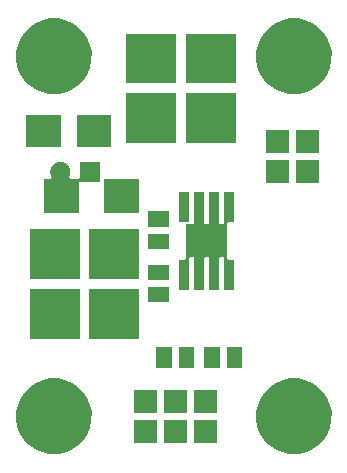
<source format=gbr>
G04 #@! TF.FileFunction,Soldermask,Bot*
%FSLAX46Y46*%
G04 Gerber Fmt 4.6, Leading zero omitted, Abs format (unit mm)*
G04 Created by KiCad (PCBNEW (2016-09-17 revision 679eef1)-makepkg) date 01/31/17 07:00:59*
%MOMM*%
%LPD*%
G01*
G04 APERTURE LIST*
%ADD10C,1.300000*%
G04 APERTURE END LIST*
D10*
G36*
X5416110Y8277872D02*
X6030848Y8151685D01*
X6609363Y7908500D01*
X7129631Y7557574D01*
X7571824Y7112283D01*
X7919105Y6589582D01*
X8158249Y6009378D01*
X8280004Y5394466D01*
X8280004Y5394449D01*
X8280137Y5393776D01*
X8270128Y4676993D01*
X8269977Y4676330D01*
X8269977Y4676306D01*
X8131099Y4065032D01*
X7875851Y3491739D01*
X7514107Y2978933D01*
X7059653Y2546162D01*
X6529787Y2209900D01*
X5944712Y1982964D01*
X5326688Y1873989D01*
X4699273Y1887132D01*
X4086359Y2021890D01*
X3511293Y2273129D01*
X2995980Y2631282D01*
X2560044Y3082706D01*
X2220093Y3610208D01*
X1989075Y4193693D01*
X1875790Y4810936D01*
X1884551Y5438424D01*
X2015027Y6052266D01*
X2262248Y6629075D01*
X2616795Y7146877D01*
X3065163Y7585952D01*
X3590276Y7929576D01*
X4172132Y8164661D01*
X4788571Y8282254D01*
X5416110Y8277872D01*
X5416110Y8277872D01*
G37*
G36*
X25736110Y8277872D02*
X26350848Y8151685D01*
X26929363Y7908500D01*
X27449631Y7557574D01*
X27891824Y7112283D01*
X28239105Y6589582D01*
X28478249Y6009378D01*
X28600004Y5394466D01*
X28600004Y5394449D01*
X28600137Y5393776D01*
X28590128Y4676993D01*
X28589977Y4676330D01*
X28589977Y4676306D01*
X28451099Y4065032D01*
X28195851Y3491739D01*
X27834107Y2978933D01*
X27379653Y2546162D01*
X26849787Y2209900D01*
X26264712Y1982964D01*
X25646688Y1873989D01*
X25019273Y1887132D01*
X24406359Y2021890D01*
X23831293Y2273129D01*
X23315980Y2631282D01*
X22880044Y3082706D01*
X22540093Y3610208D01*
X22309075Y4193693D01*
X22195790Y4810936D01*
X22204551Y5438424D01*
X22335027Y6052266D01*
X22582248Y6629075D01*
X22936795Y7146877D01*
X23385163Y7585952D01*
X23910276Y7929576D01*
X24492132Y8164661D01*
X25108571Y8282254D01*
X25736110Y8277872D01*
X25736110Y8277872D01*
G37*
G36*
X16329000Y2848000D02*
X14405000Y2848000D01*
X14405000Y4772000D01*
X16329000Y4772000D01*
X16329000Y2848000D01*
X16329000Y2848000D01*
G37*
G36*
X18869000Y2848000D02*
X16945000Y2848000D01*
X16945000Y4772000D01*
X18869000Y4772000D01*
X18869000Y2848000D01*
X18869000Y2848000D01*
G37*
G36*
X13789000Y2848000D02*
X11865000Y2848000D01*
X11865000Y4772000D01*
X13789000Y4772000D01*
X13789000Y2848000D01*
X13789000Y2848000D01*
G37*
G36*
X13789000Y5388000D02*
X11865000Y5388000D01*
X11865000Y7312000D01*
X13789000Y7312000D01*
X13789000Y5388000D01*
X13789000Y5388000D01*
G37*
G36*
X16329000Y5388000D02*
X14405000Y5388000D01*
X14405000Y7312000D01*
X16329000Y7312000D01*
X16329000Y5388000D01*
X16329000Y5388000D01*
G37*
G36*
X18869000Y5388000D02*
X16945000Y5388000D01*
X16945000Y7312000D01*
X18869000Y7312000D01*
X18869000Y5388000D01*
X18869000Y5388000D01*
G37*
G36*
X16964000Y9134500D02*
X15675000Y9134500D01*
X15675000Y10931500D01*
X16964000Y10931500D01*
X16964000Y9134500D01*
X16964000Y9134500D01*
G37*
G36*
X19123000Y9134500D02*
X17834000Y9134500D01*
X17834000Y10931500D01*
X19123000Y10931500D01*
X19123000Y9134500D01*
X19123000Y9134500D01*
G37*
G36*
X15059000Y9134500D02*
X13770000Y9134500D01*
X13770000Y10931500D01*
X15059000Y10931500D01*
X15059000Y9134500D01*
X15059000Y9134500D01*
G37*
G36*
X21028000Y9134500D02*
X19739000Y9134500D01*
X19739000Y10931500D01*
X21028000Y10931500D01*
X21028000Y9134500D01*
X21028000Y9134500D01*
G37*
G36*
X12265000Y11611000D02*
X8055000Y11611000D01*
X8055000Y15821000D01*
X12265000Y15821000D01*
X12265000Y11611000D01*
X12265000Y11611000D01*
G37*
G36*
X7265000Y11611000D02*
X3055000Y11611000D01*
X3055000Y15821000D01*
X7265000Y15821000D01*
X7265000Y11611000D01*
X7265000Y11611000D01*
G37*
G36*
X14868500Y14722500D02*
X13071500Y14722500D01*
X13071500Y16011500D01*
X14868500Y16011500D01*
X14868500Y14722500D01*
X14868500Y14722500D01*
G37*
G36*
X17824000Y21439000D02*
X17825921Y21419491D01*
X17831612Y21400732D01*
X17840853Y21383443D01*
X17853289Y21368289D01*
X17868443Y21355853D01*
X17885732Y21346612D01*
X17904491Y21340921D01*
X17924000Y21339000D01*
X18144000Y21339000D01*
X18163509Y21340921D01*
X18182268Y21346612D01*
X18199557Y21355853D01*
X18214711Y21368289D01*
X18227147Y21383443D01*
X18236388Y21400732D01*
X18242079Y21419491D01*
X18244000Y21439000D01*
X18244000Y24089000D01*
X19094000Y24089000D01*
X19094000Y21439000D01*
X19095921Y21419491D01*
X19101612Y21400732D01*
X19110853Y21383443D01*
X19123289Y21368289D01*
X19138443Y21355853D01*
X19155732Y21346612D01*
X19174491Y21340921D01*
X19194000Y21339000D01*
X19414000Y21339000D01*
X19433509Y21340921D01*
X19452268Y21346612D01*
X19469557Y21355853D01*
X19484711Y21368289D01*
X19497147Y21383443D01*
X19506388Y21400732D01*
X19512079Y21419491D01*
X19514000Y21439000D01*
X19514000Y24089000D01*
X20364000Y24089000D01*
X20364000Y21539000D01*
X19884000Y21539000D01*
X19864491Y21537079D01*
X19845732Y21531388D01*
X19828443Y21522147D01*
X19813289Y21509711D01*
X19800853Y21494557D01*
X19791612Y21477268D01*
X19785921Y21458509D01*
X19784000Y21439000D01*
X19784000Y18439000D01*
X19785921Y18419491D01*
X19791612Y18400732D01*
X19800853Y18383443D01*
X19813289Y18368289D01*
X19828443Y18355853D01*
X19845732Y18346612D01*
X19864491Y18340921D01*
X19884000Y18339000D01*
X20364000Y18339000D01*
X20364000Y15789000D01*
X19514000Y15789000D01*
X19514000Y18439000D01*
X19512079Y18458509D01*
X19506388Y18477268D01*
X19497147Y18494557D01*
X19484711Y18509711D01*
X19469557Y18522147D01*
X19452268Y18531388D01*
X19433509Y18537079D01*
X19414000Y18539000D01*
X19194000Y18539000D01*
X19174491Y18537079D01*
X19155732Y18531388D01*
X19138443Y18522147D01*
X19123289Y18509711D01*
X19110853Y18494557D01*
X19101612Y18477268D01*
X19095921Y18458509D01*
X19094000Y18439000D01*
X19094000Y15789000D01*
X18244000Y15789000D01*
X18244000Y18439000D01*
X18242079Y18458509D01*
X18236388Y18477268D01*
X18227147Y18494557D01*
X18214711Y18509711D01*
X18199557Y18522147D01*
X18182268Y18531388D01*
X18163509Y18537079D01*
X18144000Y18539000D01*
X17924000Y18539000D01*
X17904491Y18537079D01*
X17885732Y18531388D01*
X17868443Y18522147D01*
X17853289Y18509711D01*
X17840853Y18494557D01*
X17831612Y18477268D01*
X17825921Y18458509D01*
X17824000Y18439000D01*
X17824000Y15789000D01*
X16974000Y15789000D01*
X16974000Y18439000D01*
X16972079Y18458509D01*
X16966388Y18477268D01*
X16957147Y18494557D01*
X16944711Y18509711D01*
X16929557Y18522147D01*
X16912268Y18531388D01*
X16893509Y18537079D01*
X16874000Y18539000D01*
X16654000Y18539000D01*
X16634491Y18537079D01*
X16615732Y18531388D01*
X16598443Y18522147D01*
X16583289Y18509711D01*
X16570853Y18494557D01*
X16561612Y18477268D01*
X16555921Y18458509D01*
X16554000Y18439000D01*
X16554000Y15789000D01*
X15704000Y15789000D01*
X15704000Y18339000D01*
X16184000Y18339000D01*
X16203509Y18340921D01*
X16222268Y18346612D01*
X16239557Y18355853D01*
X16254711Y18368289D01*
X16267147Y18383443D01*
X16276388Y18400732D01*
X16282079Y18419491D01*
X16284000Y18439000D01*
X16284000Y21339000D01*
X16874000Y21339000D01*
X16893509Y21340921D01*
X16912268Y21346612D01*
X16929557Y21355853D01*
X16944711Y21368289D01*
X16957147Y21383443D01*
X16966388Y21400732D01*
X16972079Y21419491D01*
X16974000Y21439000D01*
X16974000Y24089000D01*
X17824000Y24089000D01*
X17824000Y21439000D01*
X17824000Y21439000D01*
G37*
G36*
X14868500Y16627500D02*
X13071500Y16627500D01*
X13071500Y17916500D01*
X14868500Y17916500D01*
X14868500Y16627500D01*
X14868500Y16627500D01*
G37*
G36*
X12265000Y16691000D02*
X8055000Y16691000D01*
X8055000Y20901000D01*
X12265000Y20901000D01*
X12265000Y16691000D01*
X12265000Y16691000D01*
G37*
G36*
X7265000Y16691000D02*
X3055000Y16691000D01*
X3055000Y20901000D01*
X7265000Y20901000D01*
X7265000Y16691000D01*
X7265000Y16691000D01*
G37*
G36*
X14868500Y19231000D02*
X13071500Y19231000D01*
X13071500Y20520000D01*
X14868500Y20520000D01*
X14868500Y19231000D01*
X14868500Y19231000D01*
G37*
G36*
X14868500Y21136000D02*
X13071500Y21136000D01*
X13071500Y22425000D01*
X14868500Y22425000D01*
X14868500Y21136000D01*
X14868500Y21136000D01*
G37*
G36*
X16554000Y21539000D02*
X15704000Y21539000D01*
X15704000Y24089000D01*
X16554000Y24089000D01*
X16554000Y21539000D01*
X16554000Y21539000D01*
G37*
G36*
X12254840Y22299320D02*
X9304680Y22299320D01*
X9304680Y25198680D01*
X12254840Y25198680D01*
X12254840Y22299320D01*
X12254840Y22299320D01*
G37*
G36*
X5717285Y26630438D02*
X5880568Y26596921D01*
X6034238Y26532324D01*
X6172437Y26439108D01*
X6289894Y26320828D01*
X6382139Y26181986D01*
X6445662Y26027868D01*
X6477904Y25865035D01*
X6477904Y25865020D01*
X6478037Y25864347D01*
X6475378Y25673951D01*
X6475227Y25673288D01*
X6475227Y25673264D01*
X6438451Y25511396D01*
X6370652Y25359119D01*
X6368680Y25356323D01*
X6359005Y25339273D01*
X6352841Y25320664D01*
X6350427Y25301210D01*
X6351854Y25281659D01*
X6357068Y25262761D01*
X6365869Y25245244D01*
X6377918Y25229781D01*
X6392752Y25216965D01*
X6409802Y25207290D01*
X6428411Y25201126D01*
X6450395Y25198680D01*
X7178000Y25198680D01*
X7197509Y25200601D01*
X7216268Y25206292D01*
X7233557Y25215533D01*
X7248711Y25227969D01*
X7261147Y25243123D01*
X7270388Y25260412D01*
X7276079Y25279171D01*
X7278000Y25298680D01*
X7278000Y26631000D01*
X8978000Y26631000D01*
X8978000Y24931000D01*
X7305320Y24931000D01*
X7285811Y24929079D01*
X7267052Y24923388D01*
X7249763Y24914147D01*
X7234609Y24901711D01*
X7222173Y24886557D01*
X7212932Y24869268D01*
X7207241Y24850509D01*
X7205320Y24831000D01*
X7205320Y22299320D01*
X4255160Y22299320D01*
X4255160Y25198680D01*
X4808595Y25198680D01*
X4828104Y25200601D01*
X4846863Y25206292D01*
X4864152Y25215533D01*
X4879306Y25227969D01*
X4891742Y25243123D01*
X4900983Y25260412D01*
X4906674Y25279171D01*
X4908595Y25298680D01*
X4906674Y25318189D01*
X4900983Y25336948D01*
X4892652Y25352850D01*
X4868333Y25390586D01*
X4806969Y25545572D01*
X4776878Y25709529D01*
X4779205Y25876205D01*
X4813863Y26039258D01*
X4879532Y26192477D01*
X4973709Y26330017D01*
X5092804Y26446644D01*
X5232293Y26537923D01*
X5386845Y26600366D01*
X5550588Y26631602D01*
X5717285Y26630438D01*
X5717285Y26630438D01*
G37*
G36*
X27505000Y24819000D02*
X25581000Y24819000D01*
X25581000Y26743000D01*
X27505000Y26743000D01*
X27505000Y24819000D01*
X27505000Y24819000D01*
G37*
G36*
X24965000Y24819000D02*
X23041000Y24819000D01*
X23041000Y26743000D01*
X24965000Y26743000D01*
X24965000Y24819000D01*
X24965000Y24819000D01*
G37*
G36*
X27505000Y27359000D02*
X25581000Y27359000D01*
X25581000Y29283000D01*
X27505000Y29283000D01*
X27505000Y27359000D01*
X27505000Y27359000D01*
G37*
G36*
X24965000Y27359000D02*
X23041000Y27359000D01*
X23041000Y29283000D01*
X24965000Y29283000D01*
X24965000Y27359000D01*
X24965000Y27359000D01*
G37*
G36*
X5650840Y27859380D02*
X2751480Y27859380D01*
X2751480Y30560620D01*
X5650840Y30560620D01*
X5650840Y27859380D01*
X5650840Y27859380D01*
G37*
G36*
X9948520Y27859380D02*
X7049160Y27859380D01*
X7049160Y30560620D01*
X9948520Y30560620D01*
X9948520Y27859380D01*
X9948520Y27859380D01*
G37*
G36*
X20520000Y28248000D02*
X16310000Y28248000D01*
X16310000Y32458000D01*
X20520000Y32458000D01*
X20520000Y28248000D01*
X20520000Y28248000D01*
G37*
G36*
X15440000Y28248000D02*
X11230000Y28248000D01*
X11230000Y32458000D01*
X15440000Y32458000D01*
X15440000Y28248000D01*
X15440000Y28248000D01*
G37*
G36*
X25736110Y38757872D02*
X26350848Y38631685D01*
X26929363Y38388500D01*
X27449631Y38037574D01*
X27891824Y37592283D01*
X28239105Y37069582D01*
X28478249Y36489378D01*
X28600004Y35874466D01*
X28600004Y35874449D01*
X28600137Y35873776D01*
X28590128Y35156993D01*
X28589977Y35156330D01*
X28589977Y35156306D01*
X28451099Y34545032D01*
X28195851Y33971739D01*
X27834107Y33458933D01*
X27379653Y33026162D01*
X26849787Y32689900D01*
X26264712Y32462964D01*
X25646688Y32353989D01*
X25019273Y32367132D01*
X24406359Y32501890D01*
X23831293Y32753129D01*
X23315980Y33111282D01*
X22880044Y33562706D01*
X22540093Y34090208D01*
X22309075Y34673693D01*
X22195790Y35290936D01*
X22204551Y35918424D01*
X22335027Y36532266D01*
X22582248Y37109075D01*
X22936795Y37626877D01*
X23385163Y38065952D01*
X23910276Y38409576D01*
X24492132Y38644661D01*
X25108571Y38762254D01*
X25736110Y38757872D01*
X25736110Y38757872D01*
G37*
G36*
X5416110Y38757872D02*
X6030848Y38631685D01*
X6609363Y38388500D01*
X7129631Y38037574D01*
X7571824Y37592283D01*
X7919105Y37069582D01*
X8158249Y36489378D01*
X8280004Y35874466D01*
X8280004Y35874449D01*
X8280137Y35873776D01*
X8270128Y35156993D01*
X8269977Y35156330D01*
X8269977Y35156306D01*
X8131099Y34545032D01*
X7875851Y33971739D01*
X7514107Y33458933D01*
X7059653Y33026162D01*
X6529787Y32689900D01*
X5944712Y32462964D01*
X5326688Y32353989D01*
X4699273Y32367132D01*
X4086359Y32501890D01*
X3511293Y32753129D01*
X2995980Y33111282D01*
X2560044Y33562706D01*
X2220093Y34090208D01*
X1989075Y34673693D01*
X1875790Y35290936D01*
X1884551Y35918424D01*
X2015027Y36532266D01*
X2262248Y37109075D01*
X2616795Y37626877D01*
X3065163Y38065952D01*
X3590276Y38409576D01*
X4172132Y38644661D01*
X4788571Y38762254D01*
X5416110Y38757872D01*
X5416110Y38757872D01*
G37*
G36*
X15440000Y33248000D02*
X11230000Y33248000D01*
X11230000Y37458000D01*
X15440000Y37458000D01*
X15440000Y33248000D01*
X15440000Y33248000D01*
G37*
G36*
X20520000Y33248000D02*
X16310000Y33248000D01*
X16310000Y37458000D01*
X20520000Y37458000D01*
X20520000Y33248000D01*
X20520000Y33248000D01*
G37*
M02*

</source>
